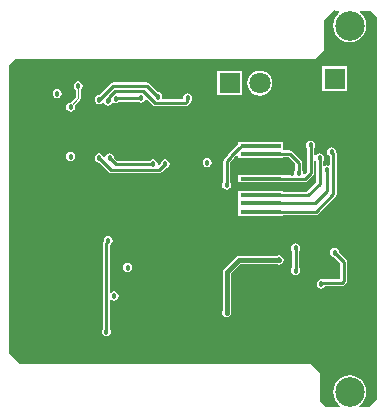
<source format=gtl>
G04*
G04 #@! TF.GenerationSoftware,Altium Limited,Altium Designer,20.0.2 (26)*
G04*
G04 Layer_Physical_Order=1*
G04 Layer_Color=255*
%FSLAX25Y25*%
%MOIN*%
G70*
G01*
G75*
%ADD10C,0.01000*%
%ADD11R,0.13780X0.01378*%
%ADD16C,0.01500*%
%ADD17C,0.00400*%
%ADD18C,0.07087*%
%ADD19R,0.07087X0.07087*%
%ADD20C,0.09843*%
%ADD21C,0.01800*%
%ADD22C,0.01181*%
G36*
X-4500Y127000D02*
X-3563D01*
X-3402Y126526D01*
X-3938Y126116D01*
X-4823Y124962D01*
X-5379Y123619D01*
X-5569Y122178D01*
X-5379Y120737D01*
X-4823Y119394D01*
X-3938Y118240D01*
X-2784Y117355D01*
X-1441Y116799D01*
X0Y116609D01*
X1441Y116799D01*
X2784Y117355D01*
X3938Y118240D01*
X4823Y119394D01*
X5379Y120737D01*
X5569Y122178D01*
X5379Y123619D01*
X4823Y124962D01*
X3938Y126116D01*
X3402Y126526D01*
X3563Y127000D01*
X7000D01*
X9000Y125000D01*
Y-2500D01*
X6500Y-5000D01*
X3375D01*
X3205Y-4500D01*
X3938Y-3938D01*
X4823Y-2784D01*
X5379Y-1441D01*
X5569Y0D01*
X5379Y1441D01*
X4823Y2784D01*
X3938Y3938D01*
X2784Y4823D01*
X1441Y5379D01*
X0Y5569D01*
X-1441Y5379D01*
X-2784Y4823D01*
X-3938Y3938D01*
X-4823Y2784D01*
X-5379Y1441D01*
X-5569Y0D01*
X-5379Y-1441D01*
X-4823Y-2784D01*
X-3938Y-3938D01*
X-3205Y-4500D01*
X-3375Y-5000D01*
X-8000D01*
X-10000Y-3000D01*
Y6500D01*
X-13000Y9500D01*
X-110000D01*
X-113500Y13000D01*
Y109000D01*
X-111500Y111000D01*
X-11500Y111000D01*
X-8500Y114000D01*
Y124000D01*
X-5000Y127500D01*
X-4500Y127000D01*
D02*
G37*
%LPC*%
G36*
X-857Y108643D02*
X-9143D01*
Y100357D01*
X-857D01*
Y108643D01*
D02*
G37*
G36*
X-35857Y107143D02*
X-44143D01*
Y98857D01*
X-35857D01*
Y107143D01*
D02*
G37*
G36*
X-30000Y107179D02*
X-31082Y107037D01*
X-32089Y106619D01*
X-32955Y105955D01*
X-33619Y105089D01*
X-34037Y104082D01*
X-34179Y103000D01*
X-34037Y101918D01*
X-33619Y100910D01*
X-32955Y100045D01*
X-32089Y99381D01*
X-31082Y98963D01*
X-30000Y98821D01*
X-28918Y98963D01*
X-27911Y99381D01*
X-27045Y100045D01*
X-26381Y100910D01*
X-25963Y101918D01*
X-25821Y103000D01*
X-25963Y104082D01*
X-26381Y105089D01*
X-27045Y105955D01*
X-27911Y106619D01*
X-28918Y107037D01*
X-30000Y107179D01*
D02*
G37*
G36*
X-97500Y101029D02*
X-98085Y100913D01*
X-98581Y100581D01*
X-98913Y100085D01*
X-99029Y99500D01*
X-98913Y98915D01*
X-98581Y98419D01*
X-98085Y98087D01*
X-97500Y97971D01*
X-96915Y98087D01*
X-96419Y98419D01*
X-96087Y98915D01*
X-95971Y99500D01*
X-96087Y100085D01*
X-96419Y100581D01*
X-96915Y100913D01*
X-97500Y101029D01*
D02*
G37*
G36*
X-67600Y103222D02*
X-67600Y103222D01*
X-78900D01*
X-79329Y103136D01*
X-79693Y102893D01*
X-79693Y102893D01*
X-83571Y99015D01*
X-84085Y98913D01*
X-84581Y98581D01*
X-84913Y98085D01*
X-85029Y97500D01*
X-84913Y96915D01*
X-84581Y96419D01*
X-84085Y96087D01*
X-83500Y95971D01*
X-82915Y96087D01*
X-82419Y96419D01*
X-82203Y96417D01*
X-81866Y96345D01*
X-81581Y95919D01*
X-81085Y95587D01*
X-80500Y95471D01*
X-79915Y95587D01*
X-79419Y95919D01*
X-79087Y96415D01*
X-78586Y96370D01*
X-78038Y96261D01*
X-77453Y96377D01*
X-76956Y96709D01*
X-76913Y96774D01*
X-70365D01*
X-70085Y96587D01*
X-69500Y96471D01*
X-68915Y96587D01*
X-68419Y96919D01*
X-68087Y97415D01*
X-68079Y97457D01*
X-67536Y97622D01*
X-65622Y95707D01*
X-65622Y95707D01*
X-65258Y95464D01*
X-64828Y95378D01*
X-54586D01*
X-54586Y95378D01*
X-54157Y95464D01*
X-53793Y95707D01*
X-53360Y96140D01*
X-53360Y96140D01*
X-53117Y96504D01*
X-53052Y96829D01*
X-52919Y96919D01*
X-52587Y97415D01*
X-52471Y98000D01*
X-52587Y98585D01*
X-52919Y99081D01*
X-53415Y99413D01*
X-54000Y99529D01*
X-54585Y99413D01*
X-55081Y99081D01*
X-55413Y98585D01*
X-55529Y98000D01*
X-55840Y97622D01*
X-62227D01*
X-62546Y98122D01*
X-62471Y98500D01*
X-62587Y99085D01*
X-62919Y99581D01*
X-63415Y99913D01*
X-63929Y100015D01*
X-66807Y102893D01*
X-67171Y103136D01*
X-67600Y103222D01*
D02*
G37*
G36*
X-90500Y103529D02*
X-91085Y103413D01*
X-91581Y103081D01*
X-91913Y102585D01*
X-92029Y102000D01*
X-91913Y101415D01*
X-91581Y100919D01*
X-91316Y100741D01*
Y98338D01*
X-93155Y96499D01*
X-93585Y96413D01*
X-94081Y96081D01*
X-94413Y95585D01*
X-94529Y95000D01*
X-94413Y94415D01*
X-94081Y93919D01*
X-93585Y93587D01*
X-93000Y93471D01*
X-92415Y93587D01*
X-91919Y93919D01*
X-91587Y94415D01*
X-91471Y95000D01*
X-91587Y95585D01*
X-91657Y95690D01*
X-89923Y97423D01*
X-89923Y97423D01*
X-89746Y97688D01*
X-89684Y98000D01*
Y100741D01*
X-89419Y100919D01*
X-89087Y101415D01*
X-88971Y102000D01*
X-89087Y102585D01*
X-89419Y103081D01*
X-89915Y103413D01*
X-90500Y103529D01*
D02*
G37*
G36*
X-80000Y79529D02*
X-80585Y79413D01*
X-81081Y79081D01*
X-81413Y78585D01*
X-81953Y78436D01*
X-82067Y78484D01*
X-82087Y78585D01*
X-82419Y79081D01*
X-82915Y79413D01*
X-83500Y79529D01*
X-84085Y79413D01*
X-84581Y79081D01*
X-84913Y78585D01*
X-85029Y78000D01*
X-84913Y77415D01*
X-84581Y76919D01*
X-84085Y76587D01*
X-83571Y76485D01*
X-80293Y73207D01*
X-80293Y73207D01*
X-79929Y72964D01*
X-79500Y72878D01*
X-63500D01*
X-63500Y72878D01*
X-63071Y72964D01*
X-62707Y73207D01*
X-61429Y74485D01*
X-60915Y74587D01*
X-60419Y74919D01*
X-60087Y75415D01*
X-59971Y76000D01*
X-60087Y76585D01*
X-60419Y77081D01*
X-60915Y77413D01*
X-61500Y77529D01*
X-62085Y77413D01*
X-62581Y77081D01*
X-62913Y76585D01*
X-63015Y76071D01*
X-63554Y75532D01*
X-64015Y75779D01*
X-63971Y76000D01*
X-64087Y76585D01*
X-64419Y77081D01*
X-64915Y77413D01*
X-65500Y77529D01*
X-66085Y77413D01*
X-66521Y77122D01*
X-77535D01*
X-78485Y78071D01*
X-78587Y78585D01*
X-78919Y79081D01*
X-79415Y79413D01*
X-80000Y79529D01*
D02*
G37*
G36*
X-93000Y80029D02*
X-93585Y79913D01*
X-94081Y79581D01*
X-94413Y79085D01*
X-94529Y78500D01*
X-94413Y77915D01*
X-94081Y77419D01*
X-93585Y77087D01*
X-93000Y76971D01*
X-92415Y77087D01*
X-91919Y77419D01*
X-91587Y77915D01*
X-91471Y78500D01*
X-91587Y79085D01*
X-91919Y79581D01*
X-92415Y79913D01*
X-93000Y80029D01*
D02*
G37*
G36*
X-47500Y78029D02*
X-48085Y77913D01*
X-48581Y77581D01*
X-48913Y77085D01*
X-49029Y76500D01*
X-48913Y75915D01*
X-48581Y75419D01*
X-48085Y75087D01*
X-47500Y74971D01*
X-46915Y75087D01*
X-46419Y75419D01*
X-46087Y75915D01*
X-45971Y76500D01*
X-46087Y77085D01*
X-46419Y77581D01*
X-46915Y77913D01*
X-47500Y78029D01*
D02*
G37*
G36*
X-13000Y83840D02*
X-13585Y83723D01*
X-14081Y83392D01*
X-14413Y82896D01*
X-14529Y82310D01*
X-14413Y81725D01*
X-14121Y81289D01*
Y73465D01*
X-15054Y72532D01*
X-15515Y72779D01*
X-15471Y73000D01*
X-15587Y73585D01*
X-15879Y74021D01*
Y76500D01*
X-15964Y76929D01*
X-16207Y77293D01*
X-16207Y77293D01*
X-19116Y80203D01*
X-19480Y80446D01*
X-19909Y80531D01*
X-19909Y80531D01*
X-21838D01*
X-22195Y80876D01*
Y83454D01*
X-37175D01*
Y82463D01*
X-37326Y82311D01*
X-37397Y82297D01*
X-37761Y82054D01*
X-37761Y82054D01*
X-40293Y79522D01*
X-40536Y79158D01*
X-40563Y79023D01*
X-41793Y77793D01*
X-42036Y77429D01*
X-42122Y77000D01*
X-42122Y77000D01*
Y70021D01*
X-42413Y69585D01*
X-42529Y69000D01*
X-42413Y68415D01*
X-42081Y67919D01*
X-41585Y67587D01*
X-41000Y67471D01*
X-40415Y67587D01*
X-39919Y67919D01*
X-39587Y68415D01*
X-39471Y69000D01*
X-39587Y69585D01*
X-39878Y70021D01*
Y76535D01*
X-38707Y77707D01*
X-38464Y78071D01*
X-38437Y78206D01*
X-37637Y79006D01*
X-37175Y78815D01*
Y78120D01*
X-22195D01*
Y78288D01*
X-20374D01*
X-18122Y76035D01*
Y74021D01*
X-18413Y73585D01*
X-18529Y73000D01*
X-18454Y72622D01*
X-18773Y72122D01*
X-19291D01*
X-19375Y72178D01*
X-19804Y72263D01*
X-19804Y72263D01*
X-22195D01*
Y72431D01*
X-37175D01*
Y69853D01*
X-22195D01*
Y70020D01*
X-20176D01*
X-20092Y69964D01*
X-19662Y69878D01*
X-19662Y69878D01*
X-15000D01*
X-15000Y69878D01*
X-14571Y69964D01*
X-14207Y70207D01*
X-12207Y72207D01*
X-12207Y72207D01*
X-11964Y72571D01*
X-11878Y73000D01*
X-11878Y73000D01*
Y77011D01*
X-11790Y77078D01*
X-11146Y76982D01*
X-11122Y76959D01*
Y69965D01*
X-14335Y66751D01*
X-22195D01*
Y66919D01*
X-37175D01*
Y64341D01*
X-37175D01*
Y64163D01*
X-37175D01*
Y61585D01*
X-37175D01*
Y61407D01*
X-37175D01*
Y58829D01*
X-22195D01*
Y58997D01*
X-11382D01*
X-11382Y58997D01*
X-10953Y59082D01*
X-10589Y59325D01*
X-4707Y65207D01*
X-4707Y65207D01*
X-4464Y65571D01*
X-4378Y66000D01*
X-4378Y66000D01*
Y79500D01*
X-4378Y79500D01*
X-4464Y79929D01*
X-4480Y79953D01*
X-4471Y80000D01*
X-4587Y80585D01*
X-4919Y81081D01*
X-5415Y81413D01*
X-6000Y81529D01*
X-6585Y81413D01*
X-7081Y81081D01*
X-7413Y80585D01*
X-7529Y80000D01*
X-7413Y79415D01*
X-7081Y78919D01*
X-6622Y78611D01*
Y75773D01*
X-7122Y75454D01*
X-7500Y75529D01*
X-8085Y75413D01*
X-8378Y75217D01*
X-8878Y75468D01*
Y76979D01*
X-8587Y77415D01*
X-8471Y78000D01*
X-8587Y78585D01*
X-8919Y79081D01*
X-9415Y79413D01*
X-10000Y79529D01*
X-10585Y79413D01*
X-11081Y79081D01*
X-11113Y79035D01*
X-11790Y78922D01*
X-11878Y78989D01*
Y81289D01*
X-11587Y81725D01*
X-11471Y82310D01*
X-11587Y82896D01*
X-11919Y83392D01*
X-12415Y83723D01*
X-13000Y83840D01*
D02*
G37*
G36*
X-23500Y45529D02*
X-24085Y45413D01*
X-24140Y45376D01*
X-37000D01*
X-37527Y45272D01*
X-37973Y44973D01*
X-37973Y44973D01*
X-41973Y40973D01*
X-42272Y40527D01*
X-42376Y40000D01*
Y27140D01*
X-42413Y27085D01*
X-42529Y26500D01*
X-42413Y25915D01*
X-42081Y25419D01*
X-41585Y25087D01*
X-41000Y24971D01*
X-40415Y25087D01*
X-39919Y25419D01*
X-39587Y25915D01*
X-39471Y26500D01*
X-39587Y27085D01*
X-39624Y27140D01*
Y39430D01*
X-36430Y42624D01*
X-24140D01*
X-24085Y42587D01*
X-23500Y42471D01*
X-22915Y42587D01*
X-22419Y42919D01*
X-22087Y43415D01*
X-21971Y44000D01*
X-22087Y44585D01*
X-22419Y45081D01*
X-22915Y45413D01*
X-23500Y45529D01*
D02*
G37*
G36*
X-74000Y43029D02*
X-74585Y42913D01*
X-75081Y42581D01*
X-75413Y42085D01*
X-75529Y41500D01*
X-75413Y40915D01*
X-75081Y40419D01*
X-74585Y40087D01*
X-74000Y39971D01*
X-73415Y40087D01*
X-72919Y40419D01*
X-72587Y40915D01*
X-72471Y41500D01*
X-72587Y42085D01*
X-72919Y42581D01*
X-73415Y42913D01*
X-74000Y43029D01*
D02*
G37*
G36*
X-18000Y49529D02*
X-18585Y49413D01*
X-19081Y49081D01*
X-19413Y48585D01*
X-19529Y48000D01*
X-19413Y47415D01*
X-19121Y46979D01*
Y41521D01*
X-19413Y41085D01*
X-19529Y40500D01*
X-19413Y39915D01*
X-19081Y39419D01*
X-18585Y39087D01*
X-18000Y38971D01*
X-17415Y39087D01*
X-16919Y39419D01*
X-16587Y39915D01*
X-16471Y40500D01*
X-16587Y41085D01*
X-16879Y41521D01*
Y46979D01*
X-16587Y47415D01*
X-16471Y48000D01*
X-16587Y48585D01*
X-16919Y49081D01*
X-17415Y49413D01*
X-18000Y49529D01*
D02*
G37*
G36*
X-5000Y48029D02*
X-5585Y47913D01*
X-6081Y47581D01*
X-6413Y47085D01*
X-6529Y46500D01*
X-6413Y45915D01*
X-6081Y45419D01*
X-5585Y45087D01*
X-5071Y44985D01*
X-3122Y43035D01*
Y37622D01*
X-9000D01*
X-9000Y37622D01*
X-9429Y37536D01*
X-9453Y37520D01*
X-9500Y37529D01*
X-10085Y37413D01*
X-10581Y37081D01*
X-10913Y36585D01*
X-11029Y36000D01*
X-10913Y35415D01*
X-10581Y34919D01*
X-10085Y34587D01*
X-9500Y34471D01*
X-8915Y34587D01*
X-8419Y34919D01*
X-8111Y35378D01*
X-2586D01*
X-2586Y35378D01*
X-2157Y35464D01*
X-1793Y35707D01*
X-1207Y36293D01*
X-1207Y36293D01*
X-964Y36657D01*
X-878Y37086D01*
Y43500D01*
X-878Y43500D01*
X-964Y43929D01*
X-1207Y44293D01*
X-3485Y46571D01*
X-3587Y47085D01*
X-3919Y47581D01*
X-4415Y47913D01*
X-5000Y48029D01*
D02*
G37*
G36*
X-80500Y52029D02*
X-81085Y51913D01*
X-81581Y51581D01*
X-81913Y51085D01*
X-82029Y50500D01*
X-81995Y50326D01*
X-82141Y50108D01*
X-82226Y49679D01*
X-82226Y49679D01*
Y21171D01*
X-82517Y20735D01*
X-82634Y20150D01*
X-82517Y19565D01*
X-82186Y19069D01*
X-81690Y18737D01*
X-81104Y18621D01*
X-80519Y18737D01*
X-80023Y19069D01*
X-79691Y19565D01*
X-79575Y20150D01*
X-79691Y20735D01*
X-79983Y21171D01*
Y30631D01*
X-79836Y30736D01*
X-79483Y30853D01*
X-79085Y30587D01*
X-78500Y30471D01*
X-77915Y30587D01*
X-77419Y30919D01*
X-77087Y31415D01*
X-76971Y32000D01*
X-77087Y32585D01*
X-77419Y33081D01*
X-77915Y33413D01*
X-78500Y33529D01*
X-79085Y33413D01*
X-79483Y33147D01*
X-79836Y33264D01*
X-79983Y33369D01*
Y49073D01*
X-79915Y49087D01*
X-79419Y49419D01*
X-79087Y49915D01*
X-78971Y50500D01*
X-79087Y51085D01*
X-79419Y51581D01*
X-79915Y51913D01*
X-80500Y52029D01*
D02*
G37*
%LPD*%
D10*
X-41000Y69000D02*
Y77000D01*
X-2000Y37086D02*
Y43500D01*
X-2586Y36500D02*
X-2000Y37086D01*
X-9000Y36500D02*
X-2586D01*
X-9500Y36000D02*
X-9000Y36500D01*
X-5000Y46500D02*
X-2000Y43500D01*
X-18000Y40500D02*
Y48000D01*
X-18796Y57362D02*
X-18210Y57948D01*
Y58118D01*
X-29685Y57362D02*
X-18796D01*
X-6000Y80000D02*
X-5500Y79500D01*
Y66000D02*
Y79500D01*
X-11382Y60118D02*
X-5500Y66000D01*
X-7500Y67000D02*
Y74000D01*
X-11626Y62874D02*
X-7500Y67000D01*
X-29685Y60118D02*
X-11382D01*
X-29685Y62874D02*
X-11626D01*
X-29685Y65630D02*
X-13870D01*
X-10000Y69500D02*
Y78000D01*
X-13870Y65630D02*
X-10000Y69500D01*
X-29685Y71142D02*
X-19804D01*
X-19662Y71000D01*
X-15000D01*
X-13000Y73000D01*
X-17000D02*
Y76500D01*
X-29685Y79409D02*
X-19909D01*
X-17000Y76500D01*
X-38130Y76653D02*
X-29685D01*
X-38783Y76000D02*
X-38130Y76653D01*
X-39000Y76000D02*
X-38783D01*
X-41000Y77000D02*
X-39500Y78500D01*
Y78729D01*
X-38500Y69000D02*
Y73414D01*
X-37914Y74000D01*
X-38500Y69000D02*
X-37886Y68386D01*
X-29685D01*
X-29787Y74000D02*
X-29685Y73898D01*
X-37914Y74000D02*
X-29787D01*
X-35886Y82165D02*
X-29685D01*
X-36790Y81261D02*
X-35886Y82165D01*
X-36968Y81261D02*
X-36790D01*
X-39500Y78729D02*
X-36968Y81261D01*
X-13000Y73000D02*
Y82310D01*
X-29685Y73898D02*
Y76653D01*
Y87677D02*
X-29500Y87862D01*
Y90000D01*
X-29685Y84921D02*
Y87677D01*
X-81104Y20150D02*
Y49679D01*
X-80500Y50283D01*
Y50500D01*
X-17086Y100500D02*
X-16500Y101086D01*
Y101353D02*
X-15000Y102853D01*
X-16500Y101086D02*
Y101353D01*
X-15000Y102853D02*
Y104500D01*
X-23000Y100500D02*
X-17086D01*
X-78038Y97790D02*
X-77933Y97895D01*
X-69605D01*
X-69500Y98000D01*
X-64828Y96500D02*
X-54586D01*
X-54153Y97847D02*
X-54000Y98000D01*
X-54153Y96933D02*
Y97847D01*
X-54586Y96500D02*
X-54153Y96933D01*
X-68828Y100500D02*
X-64828Y96500D01*
X-78157Y100500D02*
X-68828D01*
X-80347Y98310D02*
X-78157Y100500D01*
X-83500Y97500D02*
X-78900Y102100D01*
X-67600D02*
X-64000Y98500D01*
X-78900Y102100D02*
X-67600D01*
X-80500Y97000D02*
X-80347Y97153D01*
Y98310D01*
X-79500Y74000D02*
X-63500D01*
X-61500Y76000D01*
X-80000Y78000D02*
X-78000Y76000D01*
X-65500D01*
X-83500Y78000D02*
X-79500Y74000D01*
D11*
X-29685Y87677D02*
D03*
D03*
Y84921D02*
D03*
Y82165D02*
D03*
Y79409D02*
D03*
Y76653D02*
D03*
Y73898D02*
D03*
Y71142D02*
D03*
Y68386D02*
D03*
Y65630D02*
D03*
Y62874D02*
D03*
Y60118D02*
D03*
Y57362D02*
D03*
D16*
X-41000Y26500D02*
Y40000D01*
X-37000Y44000D02*
X-23500D01*
X-41000Y40000D02*
X-37000Y44000D01*
D17*
X-93000Y95000D02*
Y95500D01*
X-90500Y98000D02*
Y102000D01*
X-93000Y95500D02*
X-90500Y98000D01*
D18*
X-30000Y103000D02*
D03*
X-15000Y104500D02*
D03*
D19*
X-40000Y103000D02*
D03*
X-5000Y104500D02*
D03*
D20*
X0Y122178D02*
D03*
Y0D02*
D03*
D21*
X-41000Y69000D02*
D03*
X-9500Y36000D02*
D03*
X-5000Y46500D02*
D03*
X-18000Y48000D02*
D03*
Y40500D02*
D03*
X-97000Y86000D02*
D03*
Y88000D02*
D03*
X0Y114000D02*
D03*
X-4500Y114500D02*
D03*
X5000D02*
D03*
Y105500D02*
D03*
Y95500D02*
D03*
X7500Y81500D02*
D03*
X4500Y68500D02*
D03*
X5500Y54500D02*
D03*
X7500Y47000D02*
D03*
X2000Y13000D02*
D03*
X-4000Y10500D02*
D03*
X-13000Y11500D02*
D03*
X-30500Y12500D02*
D03*
X-48000Y13000D02*
D03*
X-22500Y12000D02*
D03*
X-39500Y11500D02*
D03*
X-55000Y13000D02*
D03*
X-66500D02*
D03*
X-75500D02*
D03*
X-82500Y12500D02*
D03*
X-90500Y13000D02*
D03*
X-100000Y14000D02*
D03*
X-108000Y13500D02*
D03*
X-110000Y18500D02*
D03*
Y25500D02*
D03*
Y33500D02*
D03*
Y46000D02*
D03*
X-110500Y56500D02*
D03*
Y68000D02*
D03*
X-109000Y76000D02*
D03*
X-108500Y81500D02*
D03*
Y86000D02*
D03*
Y93000D02*
D03*
X-47500Y76500D02*
D03*
X-93000Y78500D02*
D03*
X-97500Y99500D02*
D03*
X-74000Y41500D02*
D03*
X-18210Y58118D02*
D03*
X-6000Y80000D02*
D03*
X-7500Y74000D02*
D03*
X-17000Y73000D02*
D03*
X-17500Y80000D02*
D03*
X-39000Y76000D02*
D03*
X-13000Y82310D02*
D03*
X-10000Y78000D02*
D03*
X-29500Y90000D02*
D03*
X-78500Y32000D02*
D03*
X-81104Y20150D02*
D03*
X-105500Y73500D02*
D03*
X-41000Y26500D02*
D03*
X-23500Y44000D02*
D03*
X-23000Y100500D02*
D03*
X-49000Y101000D02*
D03*
X-23000Y106000D02*
D03*
X-80500Y50500D02*
D03*
X-75000Y51500D02*
D03*
X-40500Y17000D02*
D03*
X-2000Y27000D02*
D03*
X-84000Y69000D02*
D03*
X-93500Y58500D02*
D03*
Y62500D02*
D03*
X-54000Y98000D02*
D03*
X-64000Y98500D02*
D03*
X-69500Y98000D02*
D03*
X-55500Y77000D02*
D03*
X-65500Y76000D02*
D03*
X-61500D02*
D03*
X-83500Y78000D02*
D03*
X-80000D02*
D03*
X-78038Y97790D02*
D03*
X-80500Y97000D02*
D03*
X-83500Y97500D02*
D03*
X-92500Y71000D02*
D03*
X-72500Y106000D02*
D03*
X-63500Y107500D02*
D03*
X-80500Y106500D02*
D03*
X-93000Y95000D02*
D03*
X-90500Y102000D02*
D03*
X-88500Y107000D02*
D03*
X-92500Y106500D02*
D03*
X-103500Y102000D02*
D03*
X-100500Y75500D02*
D03*
D22*
X-76547Y87500D02*
D03*
X-79500Y84449D02*
D03*
Y87500D02*
D03*
Y90551D02*
D03*
X-83634Y84449D02*
D03*
Y87500D02*
D03*
Y90551D02*
D03*
X-86587Y87500D02*
D03*
M02*

</source>
